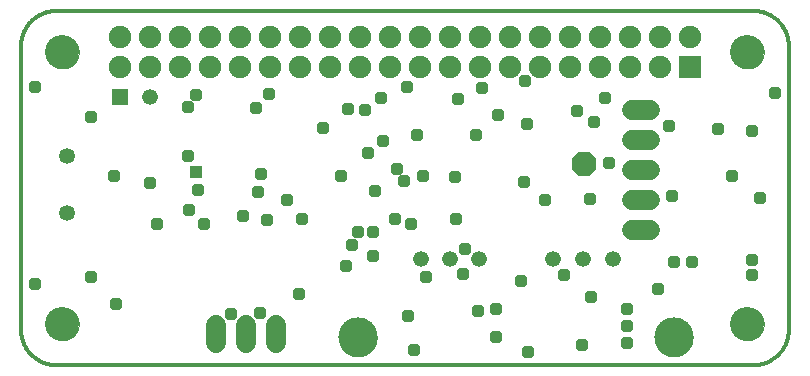
<source format=gbs>
G75*
%MOIN*%
%OFA0B0*%
%FSLAX25Y25*%
%IPPOS*%
%LPD*%
%AMOC8*
5,1,8,0,0,1.08239X$1,22.5*
%
%ADD10C,0.01200*%
%ADD11C,0.06500*%
%ADD12C,0.05300*%
%ADD13C,0.00000*%
%ADD14C,0.13098*%
%ADD15C,0.05224*%
%ADD16OC8,0.08100*%
%ADD17R,0.07500X0.07500*%
%ADD18C,0.07500*%
%ADD19C,0.11327*%
%ADD20R,0.05224X0.05224*%
%ADD21OC8,0.04262*%
%ADD22R,0.04262X0.04262*%
D10*
X0015580Y0025231D02*
X0247863Y0025231D01*
X0248148Y0025234D01*
X0248434Y0025245D01*
X0248719Y0025262D01*
X0249003Y0025286D01*
X0249287Y0025317D01*
X0249570Y0025355D01*
X0249851Y0025400D01*
X0250132Y0025451D01*
X0250412Y0025509D01*
X0250690Y0025574D01*
X0250966Y0025646D01*
X0251240Y0025724D01*
X0251513Y0025809D01*
X0251783Y0025901D01*
X0252051Y0025999D01*
X0252317Y0026103D01*
X0252580Y0026214D01*
X0252840Y0026331D01*
X0253098Y0026454D01*
X0253352Y0026584D01*
X0253603Y0026720D01*
X0253851Y0026861D01*
X0254095Y0027009D01*
X0254336Y0027162D01*
X0254572Y0027322D01*
X0254805Y0027487D01*
X0255034Y0027657D01*
X0255259Y0027833D01*
X0255479Y0028015D01*
X0255695Y0028201D01*
X0255906Y0028393D01*
X0256113Y0028590D01*
X0256315Y0028792D01*
X0256512Y0028999D01*
X0256704Y0029210D01*
X0256890Y0029426D01*
X0257072Y0029646D01*
X0257248Y0029871D01*
X0257418Y0030100D01*
X0257583Y0030333D01*
X0257743Y0030569D01*
X0257896Y0030810D01*
X0258044Y0031054D01*
X0258185Y0031302D01*
X0258321Y0031553D01*
X0258451Y0031807D01*
X0258574Y0032065D01*
X0258691Y0032325D01*
X0258802Y0032588D01*
X0258906Y0032854D01*
X0259004Y0033122D01*
X0259096Y0033392D01*
X0259181Y0033665D01*
X0259259Y0033939D01*
X0259331Y0034215D01*
X0259396Y0034493D01*
X0259454Y0034773D01*
X0259505Y0035054D01*
X0259550Y0035335D01*
X0259588Y0035618D01*
X0259619Y0035902D01*
X0259643Y0036186D01*
X0259660Y0036471D01*
X0259671Y0036757D01*
X0259674Y0037042D01*
X0259674Y0131530D01*
X0259671Y0131815D01*
X0259660Y0132101D01*
X0259643Y0132386D01*
X0259619Y0132670D01*
X0259588Y0132954D01*
X0259550Y0133237D01*
X0259505Y0133518D01*
X0259454Y0133799D01*
X0259396Y0134079D01*
X0259331Y0134357D01*
X0259259Y0134633D01*
X0259181Y0134907D01*
X0259096Y0135180D01*
X0259004Y0135450D01*
X0258906Y0135718D01*
X0258802Y0135984D01*
X0258691Y0136247D01*
X0258574Y0136507D01*
X0258451Y0136765D01*
X0258321Y0137019D01*
X0258185Y0137270D01*
X0258044Y0137518D01*
X0257896Y0137762D01*
X0257743Y0138003D01*
X0257583Y0138239D01*
X0257418Y0138472D01*
X0257248Y0138701D01*
X0257072Y0138926D01*
X0256890Y0139146D01*
X0256704Y0139362D01*
X0256512Y0139573D01*
X0256315Y0139780D01*
X0256113Y0139982D01*
X0255906Y0140179D01*
X0255695Y0140371D01*
X0255479Y0140557D01*
X0255259Y0140739D01*
X0255034Y0140915D01*
X0254805Y0141085D01*
X0254572Y0141250D01*
X0254336Y0141410D01*
X0254095Y0141563D01*
X0253851Y0141711D01*
X0253603Y0141852D01*
X0253352Y0141988D01*
X0253098Y0142118D01*
X0252840Y0142241D01*
X0252580Y0142358D01*
X0252317Y0142469D01*
X0252051Y0142573D01*
X0251783Y0142671D01*
X0251513Y0142763D01*
X0251240Y0142848D01*
X0250966Y0142926D01*
X0250690Y0142998D01*
X0250412Y0143063D01*
X0250132Y0143121D01*
X0249851Y0143172D01*
X0249570Y0143217D01*
X0249287Y0143255D01*
X0249003Y0143286D01*
X0248719Y0143310D01*
X0248434Y0143327D01*
X0248148Y0143338D01*
X0247863Y0143341D01*
X0015580Y0143341D01*
X0015295Y0143338D01*
X0015009Y0143327D01*
X0014724Y0143310D01*
X0014440Y0143286D01*
X0014156Y0143255D01*
X0013873Y0143217D01*
X0013592Y0143172D01*
X0013311Y0143121D01*
X0013031Y0143063D01*
X0012753Y0142998D01*
X0012477Y0142926D01*
X0012203Y0142848D01*
X0011930Y0142763D01*
X0011660Y0142671D01*
X0011392Y0142573D01*
X0011126Y0142469D01*
X0010863Y0142358D01*
X0010603Y0142241D01*
X0010345Y0142118D01*
X0010091Y0141988D01*
X0009840Y0141852D01*
X0009592Y0141711D01*
X0009348Y0141563D01*
X0009107Y0141410D01*
X0008871Y0141250D01*
X0008638Y0141085D01*
X0008409Y0140915D01*
X0008184Y0140739D01*
X0007964Y0140557D01*
X0007748Y0140371D01*
X0007537Y0140179D01*
X0007330Y0139982D01*
X0007128Y0139780D01*
X0006931Y0139573D01*
X0006739Y0139362D01*
X0006553Y0139146D01*
X0006371Y0138926D01*
X0006195Y0138701D01*
X0006025Y0138472D01*
X0005860Y0138239D01*
X0005700Y0138003D01*
X0005547Y0137762D01*
X0005399Y0137518D01*
X0005258Y0137270D01*
X0005122Y0137019D01*
X0004992Y0136765D01*
X0004869Y0136507D01*
X0004752Y0136247D01*
X0004641Y0135984D01*
X0004537Y0135718D01*
X0004439Y0135450D01*
X0004347Y0135180D01*
X0004262Y0134907D01*
X0004184Y0134633D01*
X0004112Y0134357D01*
X0004047Y0134079D01*
X0003989Y0133799D01*
X0003938Y0133518D01*
X0003893Y0133237D01*
X0003855Y0132954D01*
X0003824Y0132670D01*
X0003800Y0132386D01*
X0003783Y0132101D01*
X0003772Y0131815D01*
X0003769Y0131530D01*
X0003769Y0037042D01*
X0003772Y0036757D01*
X0003783Y0036471D01*
X0003800Y0036186D01*
X0003824Y0035902D01*
X0003855Y0035618D01*
X0003893Y0035335D01*
X0003938Y0035054D01*
X0003989Y0034773D01*
X0004047Y0034493D01*
X0004112Y0034215D01*
X0004184Y0033939D01*
X0004262Y0033665D01*
X0004347Y0033392D01*
X0004439Y0033122D01*
X0004537Y0032854D01*
X0004641Y0032588D01*
X0004752Y0032325D01*
X0004869Y0032065D01*
X0004992Y0031807D01*
X0005122Y0031553D01*
X0005258Y0031302D01*
X0005399Y0031054D01*
X0005547Y0030810D01*
X0005700Y0030569D01*
X0005860Y0030333D01*
X0006025Y0030100D01*
X0006195Y0029871D01*
X0006371Y0029646D01*
X0006553Y0029426D01*
X0006739Y0029210D01*
X0006931Y0028999D01*
X0007128Y0028792D01*
X0007330Y0028590D01*
X0007537Y0028393D01*
X0007748Y0028201D01*
X0007964Y0028015D01*
X0008184Y0027833D01*
X0008409Y0027657D01*
X0008638Y0027487D01*
X0008871Y0027322D01*
X0009107Y0027162D01*
X0009348Y0027009D01*
X0009592Y0026861D01*
X0009840Y0026720D01*
X0010091Y0026584D01*
X0010345Y0026454D01*
X0010603Y0026331D01*
X0010863Y0026214D01*
X0011126Y0026103D01*
X0011392Y0025999D01*
X0011660Y0025901D01*
X0011930Y0025809D01*
X0012203Y0025724D01*
X0012477Y0025646D01*
X0012753Y0025574D01*
X0013031Y0025509D01*
X0013311Y0025451D01*
X0013592Y0025400D01*
X0013873Y0025355D01*
X0014156Y0025317D01*
X0014440Y0025286D01*
X0014724Y0025262D01*
X0015009Y0025245D01*
X0015295Y0025234D01*
X0015580Y0025231D01*
D11*
X0068690Y0032487D02*
X0068690Y0038487D01*
X0078690Y0038487D02*
X0078690Y0032487D01*
X0088690Y0032487D02*
X0088690Y0038487D01*
X0207461Y0070152D02*
X0213461Y0070152D01*
X0213461Y0080152D02*
X0207461Y0080152D01*
X0207461Y0090152D02*
X0213461Y0090152D01*
X0213461Y0100152D02*
X0207461Y0100152D01*
X0207461Y0110152D02*
X0213461Y0110152D01*
D12*
X0018965Y0094889D03*
X0018965Y0075889D03*
D13*
X0012135Y0039011D02*
X0012137Y0039158D01*
X0012143Y0039304D01*
X0012153Y0039450D01*
X0012167Y0039596D01*
X0012185Y0039742D01*
X0012206Y0039887D01*
X0012232Y0040031D01*
X0012262Y0040175D01*
X0012295Y0040317D01*
X0012332Y0040459D01*
X0012373Y0040600D01*
X0012418Y0040739D01*
X0012467Y0040878D01*
X0012519Y0041015D01*
X0012576Y0041150D01*
X0012635Y0041284D01*
X0012699Y0041416D01*
X0012766Y0041546D01*
X0012836Y0041675D01*
X0012910Y0041802D01*
X0012987Y0041926D01*
X0013068Y0042049D01*
X0013152Y0042169D01*
X0013239Y0042287D01*
X0013329Y0042402D01*
X0013422Y0042515D01*
X0013519Y0042626D01*
X0013618Y0042734D01*
X0013720Y0042839D01*
X0013825Y0042941D01*
X0013933Y0043040D01*
X0014044Y0043137D01*
X0014157Y0043230D01*
X0014272Y0043320D01*
X0014390Y0043407D01*
X0014510Y0043491D01*
X0014633Y0043572D01*
X0014757Y0043649D01*
X0014884Y0043723D01*
X0015013Y0043793D01*
X0015143Y0043860D01*
X0015275Y0043924D01*
X0015409Y0043983D01*
X0015544Y0044040D01*
X0015681Y0044092D01*
X0015820Y0044141D01*
X0015959Y0044186D01*
X0016100Y0044227D01*
X0016242Y0044264D01*
X0016384Y0044297D01*
X0016528Y0044327D01*
X0016672Y0044353D01*
X0016817Y0044374D01*
X0016963Y0044392D01*
X0017109Y0044406D01*
X0017255Y0044416D01*
X0017401Y0044422D01*
X0017548Y0044424D01*
X0017695Y0044422D01*
X0017841Y0044416D01*
X0017987Y0044406D01*
X0018133Y0044392D01*
X0018279Y0044374D01*
X0018424Y0044353D01*
X0018568Y0044327D01*
X0018712Y0044297D01*
X0018854Y0044264D01*
X0018996Y0044227D01*
X0019137Y0044186D01*
X0019276Y0044141D01*
X0019415Y0044092D01*
X0019552Y0044040D01*
X0019687Y0043983D01*
X0019821Y0043924D01*
X0019953Y0043860D01*
X0020083Y0043793D01*
X0020212Y0043723D01*
X0020339Y0043649D01*
X0020463Y0043572D01*
X0020586Y0043491D01*
X0020706Y0043407D01*
X0020824Y0043320D01*
X0020939Y0043230D01*
X0021052Y0043137D01*
X0021163Y0043040D01*
X0021271Y0042941D01*
X0021376Y0042839D01*
X0021478Y0042734D01*
X0021577Y0042626D01*
X0021674Y0042515D01*
X0021767Y0042402D01*
X0021857Y0042287D01*
X0021944Y0042169D01*
X0022028Y0042049D01*
X0022109Y0041926D01*
X0022186Y0041802D01*
X0022260Y0041675D01*
X0022330Y0041546D01*
X0022397Y0041416D01*
X0022461Y0041284D01*
X0022520Y0041150D01*
X0022577Y0041015D01*
X0022629Y0040878D01*
X0022678Y0040739D01*
X0022723Y0040600D01*
X0022764Y0040459D01*
X0022801Y0040317D01*
X0022834Y0040175D01*
X0022864Y0040031D01*
X0022890Y0039887D01*
X0022911Y0039742D01*
X0022929Y0039596D01*
X0022943Y0039450D01*
X0022953Y0039304D01*
X0022959Y0039158D01*
X0022961Y0039011D01*
X0022959Y0038864D01*
X0022953Y0038718D01*
X0022943Y0038572D01*
X0022929Y0038426D01*
X0022911Y0038280D01*
X0022890Y0038135D01*
X0022864Y0037991D01*
X0022834Y0037847D01*
X0022801Y0037705D01*
X0022764Y0037563D01*
X0022723Y0037422D01*
X0022678Y0037283D01*
X0022629Y0037144D01*
X0022577Y0037007D01*
X0022520Y0036872D01*
X0022461Y0036738D01*
X0022397Y0036606D01*
X0022330Y0036476D01*
X0022260Y0036347D01*
X0022186Y0036220D01*
X0022109Y0036096D01*
X0022028Y0035973D01*
X0021944Y0035853D01*
X0021857Y0035735D01*
X0021767Y0035620D01*
X0021674Y0035507D01*
X0021577Y0035396D01*
X0021478Y0035288D01*
X0021376Y0035183D01*
X0021271Y0035081D01*
X0021163Y0034982D01*
X0021052Y0034885D01*
X0020939Y0034792D01*
X0020824Y0034702D01*
X0020706Y0034615D01*
X0020586Y0034531D01*
X0020463Y0034450D01*
X0020339Y0034373D01*
X0020212Y0034299D01*
X0020083Y0034229D01*
X0019953Y0034162D01*
X0019821Y0034098D01*
X0019687Y0034039D01*
X0019552Y0033982D01*
X0019415Y0033930D01*
X0019276Y0033881D01*
X0019137Y0033836D01*
X0018996Y0033795D01*
X0018854Y0033758D01*
X0018712Y0033725D01*
X0018568Y0033695D01*
X0018424Y0033669D01*
X0018279Y0033648D01*
X0018133Y0033630D01*
X0017987Y0033616D01*
X0017841Y0033606D01*
X0017695Y0033600D01*
X0017548Y0033598D01*
X0017401Y0033600D01*
X0017255Y0033606D01*
X0017109Y0033616D01*
X0016963Y0033630D01*
X0016817Y0033648D01*
X0016672Y0033669D01*
X0016528Y0033695D01*
X0016384Y0033725D01*
X0016242Y0033758D01*
X0016100Y0033795D01*
X0015959Y0033836D01*
X0015820Y0033881D01*
X0015681Y0033930D01*
X0015544Y0033982D01*
X0015409Y0034039D01*
X0015275Y0034098D01*
X0015143Y0034162D01*
X0015013Y0034229D01*
X0014884Y0034299D01*
X0014757Y0034373D01*
X0014633Y0034450D01*
X0014510Y0034531D01*
X0014390Y0034615D01*
X0014272Y0034702D01*
X0014157Y0034792D01*
X0014044Y0034885D01*
X0013933Y0034982D01*
X0013825Y0035081D01*
X0013720Y0035183D01*
X0013618Y0035288D01*
X0013519Y0035396D01*
X0013422Y0035507D01*
X0013329Y0035620D01*
X0013239Y0035735D01*
X0013152Y0035853D01*
X0013068Y0035973D01*
X0012987Y0036096D01*
X0012910Y0036220D01*
X0012836Y0036347D01*
X0012766Y0036476D01*
X0012699Y0036606D01*
X0012635Y0036738D01*
X0012576Y0036872D01*
X0012519Y0037007D01*
X0012467Y0037144D01*
X0012418Y0037283D01*
X0012373Y0037422D01*
X0012332Y0037563D01*
X0012295Y0037705D01*
X0012262Y0037847D01*
X0012232Y0037991D01*
X0012206Y0038135D01*
X0012185Y0038280D01*
X0012167Y0038426D01*
X0012153Y0038572D01*
X0012143Y0038718D01*
X0012137Y0038864D01*
X0012135Y0039011D01*
X0109674Y0034483D02*
X0109676Y0034641D01*
X0109682Y0034799D01*
X0109692Y0034957D01*
X0109706Y0035115D01*
X0109724Y0035272D01*
X0109745Y0035429D01*
X0109771Y0035585D01*
X0109801Y0035741D01*
X0109834Y0035896D01*
X0109872Y0036049D01*
X0109913Y0036202D01*
X0109958Y0036354D01*
X0110007Y0036505D01*
X0110060Y0036654D01*
X0110116Y0036802D01*
X0110176Y0036948D01*
X0110240Y0037093D01*
X0110308Y0037236D01*
X0110379Y0037378D01*
X0110453Y0037518D01*
X0110531Y0037655D01*
X0110613Y0037791D01*
X0110697Y0037925D01*
X0110786Y0038056D01*
X0110877Y0038185D01*
X0110972Y0038312D01*
X0111069Y0038437D01*
X0111170Y0038559D01*
X0111274Y0038678D01*
X0111381Y0038795D01*
X0111491Y0038909D01*
X0111604Y0039020D01*
X0111719Y0039129D01*
X0111837Y0039234D01*
X0111958Y0039336D01*
X0112081Y0039436D01*
X0112207Y0039532D01*
X0112335Y0039625D01*
X0112465Y0039715D01*
X0112598Y0039801D01*
X0112733Y0039885D01*
X0112869Y0039964D01*
X0113008Y0040041D01*
X0113149Y0040113D01*
X0113291Y0040183D01*
X0113435Y0040248D01*
X0113581Y0040310D01*
X0113728Y0040368D01*
X0113877Y0040423D01*
X0114027Y0040474D01*
X0114178Y0040521D01*
X0114330Y0040564D01*
X0114483Y0040603D01*
X0114638Y0040639D01*
X0114793Y0040670D01*
X0114949Y0040698D01*
X0115105Y0040722D01*
X0115262Y0040742D01*
X0115420Y0040758D01*
X0115577Y0040770D01*
X0115736Y0040778D01*
X0115894Y0040782D01*
X0116052Y0040782D01*
X0116210Y0040778D01*
X0116369Y0040770D01*
X0116526Y0040758D01*
X0116684Y0040742D01*
X0116841Y0040722D01*
X0116997Y0040698D01*
X0117153Y0040670D01*
X0117308Y0040639D01*
X0117463Y0040603D01*
X0117616Y0040564D01*
X0117768Y0040521D01*
X0117919Y0040474D01*
X0118069Y0040423D01*
X0118218Y0040368D01*
X0118365Y0040310D01*
X0118511Y0040248D01*
X0118655Y0040183D01*
X0118797Y0040113D01*
X0118938Y0040041D01*
X0119077Y0039964D01*
X0119213Y0039885D01*
X0119348Y0039801D01*
X0119481Y0039715D01*
X0119611Y0039625D01*
X0119739Y0039532D01*
X0119865Y0039436D01*
X0119988Y0039336D01*
X0120109Y0039234D01*
X0120227Y0039129D01*
X0120342Y0039020D01*
X0120455Y0038909D01*
X0120565Y0038795D01*
X0120672Y0038678D01*
X0120776Y0038559D01*
X0120877Y0038437D01*
X0120974Y0038312D01*
X0121069Y0038185D01*
X0121160Y0038056D01*
X0121249Y0037925D01*
X0121333Y0037791D01*
X0121415Y0037655D01*
X0121493Y0037518D01*
X0121567Y0037378D01*
X0121638Y0037236D01*
X0121706Y0037093D01*
X0121770Y0036948D01*
X0121830Y0036802D01*
X0121886Y0036654D01*
X0121939Y0036505D01*
X0121988Y0036354D01*
X0122033Y0036202D01*
X0122074Y0036049D01*
X0122112Y0035896D01*
X0122145Y0035741D01*
X0122175Y0035585D01*
X0122201Y0035429D01*
X0122222Y0035272D01*
X0122240Y0035115D01*
X0122254Y0034957D01*
X0122264Y0034799D01*
X0122270Y0034641D01*
X0122272Y0034483D01*
X0122270Y0034325D01*
X0122264Y0034167D01*
X0122254Y0034009D01*
X0122240Y0033851D01*
X0122222Y0033694D01*
X0122201Y0033537D01*
X0122175Y0033381D01*
X0122145Y0033225D01*
X0122112Y0033070D01*
X0122074Y0032917D01*
X0122033Y0032764D01*
X0121988Y0032612D01*
X0121939Y0032461D01*
X0121886Y0032312D01*
X0121830Y0032164D01*
X0121770Y0032018D01*
X0121706Y0031873D01*
X0121638Y0031730D01*
X0121567Y0031588D01*
X0121493Y0031448D01*
X0121415Y0031311D01*
X0121333Y0031175D01*
X0121249Y0031041D01*
X0121160Y0030910D01*
X0121069Y0030781D01*
X0120974Y0030654D01*
X0120877Y0030529D01*
X0120776Y0030407D01*
X0120672Y0030288D01*
X0120565Y0030171D01*
X0120455Y0030057D01*
X0120342Y0029946D01*
X0120227Y0029837D01*
X0120109Y0029732D01*
X0119988Y0029630D01*
X0119865Y0029530D01*
X0119739Y0029434D01*
X0119611Y0029341D01*
X0119481Y0029251D01*
X0119348Y0029165D01*
X0119213Y0029081D01*
X0119077Y0029002D01*
X0118938Y0028925D01*
X0118797Y0028853D01*
X0118655Y0028783D01*
X0118511Y0028718D01*
X0118365Y0028656D01*
X0118218Y0028598D01*
X0118069Y0028543D01*
X0117919Y0028492D01*
X0117768Y0028445D01*
X0117616Y0028402D01*
X0117463Y0028363D01*
X0117308Y0028327D01*
X0117153Y0028296D01*
X0116997Y0028268D01*
X0116841Y0028244D01*
X0116684Y0028224D01*
X0116526Y0028208D01*
X0116369Y0028196D01*
X0116210Y0028188D01*
X0116052Y0028184D01*
X0115894Y0028184D01*
X0115736Y0028188D01*
X0115577Y0028196D01*
X0115420Y0028208D01*
X0115262Y0028224D01*
X0115105Y0028244D01*
X0114949Y0028268D01*
X0114793Y0028296D01*
X0114638Y0028327D01*
X0114483Y0028363D01*
X0114330Y0028402D01*
X0114178Y0028445D01*
X0114027Y0028492D01*
X0113877Y0028543D01*
X0113728Y0028598D01*
X0113581Y0028656D01*
X0113435Y0028718D01*
X0113291Y0028783D01*
X0113149Y0028853D01*
X0113008Y0028925D01*
X0112869Y0029002D01*
X0112733Y0029081D01*
X0112598Y0029165D01*
X0112465Y0029251D01*
X0112335Y0029341D01*
X0112207Y0029434D01*
X0112081Y0029530D01*
X0111958Y0029630D01*
X0111837Y0029732D01*
X0111719Y0029837D01*
X0111604Y0029946D01*
X0111491Y0030057D01*
X0111381Y0030171D01*
X0111274Y0030288D01*
X0111170Y0030407D01*
X0111069Y0030529D01*
X0110972Y0030654D01*
X0110877Y0030781D01*
X0110786Y0030910D01*
X0110697Y0031041D01*
X0110613Y0031175D01*
X0110531Y0031311D01*
X0110453Y0031448D01*
X0110379Y0031588D01*
X0110308Y0031730D01*
X0110240Y0031873D01*
X0110176Y0032018D01*
X0110116Y0032164D01*
X0110060Y0032312D01*
X0110007Y0032461D01*
X0109958Y0032612D01*
X0109913Y0032764D01*
X0109872Y0032917D01*
X0109834Y0033070D01*
X0109801Y0033225D01*
X0109771Y0033381D01*
X0109745Y0033537D01*
X0109724Y0033694D01*
X0109706Y0033851D01*
X0109692Y0034009D01*
X0109682Y0034167D01*
X0109676Y0034325D01*
X0109674Y0034483D01*
X0214989Y0034483D02*
X0214991Y0034641D01*
X0214997Y0034799D01*
X0215007Y0034957D01*
X0215021Y0035115D01*
X0215039Y0035272D01*
X0215060Y0035429D01*
X0215086Y0035585D01*
X0215116Y0035741D01*
X0215149Y0035896D01*
X0215187Y0036049D01*
X0215228Y0036202D01*
X0215273Y0036354D01*
X0215322Y0036505D01*
X0215375Y0036654D01*
X0215431Y0036802D01*
X0215491Y0036948D01*
X0215555Y0037093D01*
X0215623Y0037236D01*
X0215694Y0037378D01*
X0215768Y0037518D01*
X0215846Y0037655D01*
X0215928Y0037791D01*
X0216012Y0037925D01*
X0216101Y0038056D01*
X0216192Y0038185D01*
X0216287Y0038312D01*
X0216384Y0038437D01*
X0216485Y0038559D01*
X0216589Y0038678D01*
X0216696Y0038795D01*
X0216806Y0038909D01*
X0216919Y0039020D01*
X0217034Y0039129D01*
X0217152Y0039234D01*
X0217273Y0039336D01*
X0217396Y0039436D01*
X0217522Y0039532D01*
X0217650Y0039625D01*
X0217780Y0039715D01*
X0217913Y0039801D01*
X0218048Y0039885D01*
X0218184Y0039964D01*
X0218323Y0040041D01*
X0218464Y0040113D01*
X0218606Y0040183D01*
X0218750Y0040248D01*
X0218896Y0040310D01*
X0219043Y0040368D01*
X0219192Y0040423D01*
X0219342Y0040474D01*
X0219493Y0040521D01*
X0219645Y0040564D01*
X0219798Y0040603D01*
X0219953Y0040639D01*
X0220108Y0040670D01*
X0220264Y0040698D01*
X0220420Y0040722D01*
X0220577Y0040742D01*
X0220735Y0040758D01*
X0220892Y0040770D01*
X0221051Y0040778D01*
X0221209Y0040782D01*
X0221367Y0040782D01*
X0221525Y0040778D01*
X0221684Y0040770D01*
X0221841Y0040758D01*
X0221999Y0040742D01*
X0222156Y0040722D01*
X0222312Y0040698D01*
X0222468Y0040670D01*
X0222623Y0040639D01*
X0222778Y0040603D01*
X0222931Y0040564D01*
X0223083Y0040521D01*
X0223234Y0040474D01*
X0223384Y0040423D01*
X0223533Y0040368D01*
X0223680Y0040310D01*
X0223826Y0040248D01*
X0223970Y0040183D01*
X0224112Y0040113D01*
X0224253Y0040041D01*
X0224392Y0039964D01*
X0224528Y0039885D01*
X0224663Y0039801D01*
X0224796Y0039715D01*
X0224926Y0039625D01*
X0225054Y0039532D01*
X0225180Y0039436D01*
X0225303Y0039336D01*
X0225424Y0039234D01*
X0225542Y0039129D01*
X0225657Y0039020D01*
X0225770Y0038909D01*
X0225880Y0038795D01*
X0225987Y0038678D01*
X0226091Y0038559D01*
X0226192Y0038437D01*
X0226289Y0038312D01*
X0226384Y0038185D01*
X0226475Y0038056D01*
X0226564Y0037925D01*
X0226648Y0037791D01*
X0226730Y0037655D01*
X0226808Y0037518D01*
X0226882Y0037378D01*
X0226953Y0037236D01*
X0227021Y0037093D01*
X0227085Y0036948D01*
X0227145Y0036802D01*
X0227201Y0036654D01*
X0227254Y0036505D01*
X0227303Y0036354D01*
X0227348Y0036202D01*
X0227389Y0036049D01*
X0227427Y0035896D01*
X0227460Y0035741D01*
X0227490Y0035585D01*
X0227516Y0035429D01*
X0227537Y0035272D01*
X0227555Y0035115D01*
X0227569Y0034957D01*
X0227579Y0034799D01*
X0227585Y0034641D01*
X0227587Y0034483D01*
X0227585Y0034325D01*
X0227579Y0034167D01*
X0227569Y0034009D01*
X0227555Y0033851D01*
X0227537Y0033694D01*
X0227516Y0033537D01*
X0227490Y0033381D01*
X0227460Y0033225D01*
X0227427Y0033070D01*
X0227389Y0032917D01*
X0227348Y0032764D01*
X0227303Y0032612D01*
X0227254Y0032461D01*
X0227201Y0032312D01*
X0227145Y0032164D01*
X0227085Y0032018D01*
X0227021Y0031873D01*
X0226953Y0031730D01*
X0226882Y0031588D01*
X0226808Y0031448D01*
X0226730Y0031311D01*
X0226648Y0031175D01*
X0226564Y0031041D01*
X0226475Y0030910D01*
X0226384Y0030781D01*
X0226289Y0030654D01*
X0226192Y0030529D01*
X0226091Y0030407D01*
X0225987Y0030288D01*
X0225880Y0030171D01*
X0225770Y0030057D01*
X0225657Y0029946D01*
X0225542Y0029837D01*
X0225424Y0029732D01*
X0225303Y0029630D01*
X0225180Y0029530D01*
X0225054Y0029434D01*
X0224926Y0029341D01*
X0224796Y0029251D01*
X0224663Y0029165D01*
X0224528Y0029081D01*
X0224392Y0029002D01*
X0224253Y0028925D01*
X0224112Y0028853D01*
X0223970Y0028783D01*
X0223826Y0028718D01*
X0223680Y0028656D01*
X0223533Y0028598D01*
X0223384Y0028543D01*
X0223234Y0028492D01*
X0223083Y0028445D01*
X0222931Y0028402D01*
X0222778Y0028363D01*
X0222623Y0028327D01*
X0222468Y0028296D01*
X0222312Y0028268D01*
X0222156Y0028244D01*
X0221999Y0028224D01*
X0221841Y0028208D01*
X0221684Y0028196D01*
X0221525Y0028188D01*
X0221367Y0028184D01*
X0221209Y0028184D01*
X0221051Y0028188D01*
X0220892Y0028196D01*
X0220735Y0028208D01*
X0220577Y0028224D01*
X0220420Y0028244D01*
X0220264Y0028268D01*
X0220108Y0028296D01*
X0219953Y0028327D01*
X0219798Y0028363D01*
X0219645Y0028402D01*
X0219493Y0028445D01*
X0219342Y0028492D01*
X0219192Y0028543D01*
X0219043Y0028598D01*
X0218896Y0028656D01*
X0218750Y0028718D01*
X0218606Y0028783D01*
X0218464Y0028853D01*
X0218323Y0028925D01*
X0218184Y0029002D01*
X0218048Y0029081D01*
X0217913Y0029165D01*
X0217780Y0029251D01*
X0217650Y0029341D01*
X0217522Y0029434D01*
X0217396Y0029530D01*
X0217273Y0029630D01*
X0217152Y0029732D01*
X0217034Y0029837D01*
X0216919Y0029946D01*
X0216806Y0030057D01*
X0216696Y0030171D01*
X0216589Y0030288D01*
X0216485Y0030407D01*
X0216384Y0030529D01*
X0216287Y0030654D01*
X0216192Y0030781D01*
X0216101Y0030910D01*
X0216012Y0031041D01*
X0215928Y0031175D01*
X0215846Y0031311D01*
X0215768Y0031448D01*
X0215694Y0031588D01*
X0215623Y0031730D01*
X0215555Y0031873D01*
X0215491Y0032018D01*
X0215431Y0032164D01*
X0215375Y0032312D01*
X0215322Y0032461D01*
X0215273Y0032612D01*
X0215228Y0032764D01*
X0215187Y0032917D01*
X0215149Y0033070D01*
X0215116Y0033225D01*
X0215086Y0033381D01*
X0215060Y0033537D01*
X0215039Y0033694D01*
X0215021Y0033851D01*
X0215007Y0034009D01*
X0214997Y0034167D01*
X0214991Y0034325D01*
X0214989Y0034483D01*
X0240481Y0039011D02*
X0240483Y0039158D01*
X0240489Y0039304D01*
X0240499Y0039450D01*
X0240513Y0039596D01*
X0240531Y0039742D01*
X0240552Y0039887D01*
X0240578Y0040031D01*
X0240608Y0040175D01*
X0240641Y0040317D01*
X0240678Y0040459D01*
X0240719Y0040600D01*
X0240764Y0040739D01*
X0240813Y0040878D01*
X0240865Y0041015D01*
X0240922Y0041150D01*
X0240981Y0041284D01*
X0241045Y0041416D01*
X0241112Y0041546D01*
X0241182Y0041675D01*
X0241256Y0041802D01*
X0241333Y0041926D01*
X0241414Y0042049D01*
X0241498Y0042169D01*
X0241585Y0042287D01*
X0241675Y0042402D01*
X0241768Y0042515D01*
X0241865Y0042626D01*
X0241964Y0042734D01*
X0242066Y0042839D01*
X0242171Y0042941D01*
X0242279Y0043040D01*
X0242390Y0043137D01*
X0242503Y0043230D01*
X0242618Y0043320D01*
X0242736Y0043407D01*
X0242856Y0043491D01*
X0242979Y0043572D01*
X0243103Y0043649D01*
X0243230Y0043723D01*
X0243359Y0043793D01*
X0243489Y0043860D01*
X0243621Y0043924D01*
X0243755Y0043983D01*
X0243890Y0044040D01*
X0244027Y0044092D01*
X0244166Y0044141D01*
X0244305Y0044186D01*
X0244446Y0044227D01*
X0244588Y0044264D01*
X0244730Y0044297D01*
X0244874Y0044327D01*
X0245018Y0044353D01*
X0245163Y0044374D01*
X0245309Y0044392D01*
X0245455Y0044406D01*
X0245601Y0044416D01*
X0245747Y0044422D01*
X0245894Y0044424D01*
X0246041Y0044422D01*
X0246187Y0044416D01*
X0246333Y0044406D01*
X0246479Y0044392D01*
X0246625Y0044374D01*
X0246770Y0044353D01*
X0246914Y0044327D01*
X0247058Y0044297D01*
X0247200Y0044264D01*
X0247342Y0044227D01*
X0247483Y0044186D01*
X0247622Y0044141D01*
X0247761Y0044092D01*
X0247898Y0044040D01*
X0248033Y0043983D01*
X0248167Y0043924D01*
X0248299Y0043860D01*
X0248429Y0043793D01*
X0248558Y0043723D01*
X0248685Y0043649D01*
X0248809Y0043572D01*
X0248932Y0043491D01*
X0249052Y0043407D01*
X0249170Y0043320D01*
X0249285Y0043230D01*
X0249398Y0043137D01*
X0249509Y0043040D01*
X0249617Y0042941D01*
X0249722Y0042839D01*
X0249824Y0042734D01*
X0249923Y0042626D01*
X0250020Y0042515D01*
X0250113Y0042402D01*
X0250203Y0042287D01*
X0250290Y0042169D01*
X0250374Y0042049D01*
X0250455Y0041926D01*
X0250532Y0041802D01*
X0250606Y0041675D01*
X0250676Y0041546D01*
X0250743Y0041416D01*
X0250807Y0041284D01*
X0250866Y0041150D01*
X0250923Y0041015D01*
X0250975Y0040878D01*
X0251024Y0040739D01*
X0251069Y0040600D01*
X0251110Y0040459D01*
X0251147Y0040317D01*
X0251180Y0040175D01*
X0251210Y0040031D01*
X0251236Y0039887D01*
X0251257Y0039742D01*
X0251275Y0039596D01*
X0251289Y0039450D01*
X0251299Y0039304D01*
X0251305Y0039158D01*
X0251307Y0039011D01*
X0251305Y0038864D01*
X0251299Y0038718D01*
X0251289Y0038572D01*
X0251275Y0038426D01*
X0251257Y0038280D01*
X0251236Y0038135D01*
X0251210Y0037991D01*
X0251180Y0037847D01*
X0251147Y0037705D01*
X0251110Y0037563D01*
X0251069Y0037422D01*
X0251024Y0037283D01*
X0250975Y0037144D01*
X0250923Y0037007D01*
X0250866Y0036872D01*
X0250807Y0036738D01*
X0250743Y0036606D01*
X0250676Y0036476D01*
X0250606Y0036347D01*
X0250532Y0036220D01*
X0250455Y0036096D01*
X0250374Y0035973D01*
X0250290Y0035853D01*
X0250203Y0035735D01*
X0250113Y0035620D01*
X0250020Y0035507D01*
X0249923Y0035396D01*
X0249824Y0035288D01*
X0249722Y0035183D01*
X0249617Y0035081D01*
X0249509Y0034982D01*
X0249398Y0034885D01*
X0249285Y0034792D01*
X0249170Y0034702D01*
X0249052Y0034615D01*
X0248932Y0034531D01*
X0248809Y0034450D01*
X0248685Y0034373D01*
X0248558Y0034299D01*
X0248429Y0034229D01*
X0248299Y0034162D01*
X0248167Y0034098D01*
X0248033Y0034039D01*
X0247898Y0033982D01*
X0247761Y0033930D01*
X0247622Y0033881D01*
X0247483Y0033836D01*
X0247342Y0033795D01*
X0247200Y0033758D01*
X0247058Y0033725D01*
X0246914Y0033695D01*
X0246770Y0033669D01*
X0246625Y0033648D01*
X0246479Y0033630D01*
X0246333Y0033616D01*
X0246187Y0033606D01*
X0246041Y0033600D01*
X0245894Y0033598D01*
X0245747Y0033600D01*
X0245601Y0033606D01*
X0245455Y0033616D01*
X0245309Y0033630D01*
X0245163Y0033648D01*
X0245018Y0033669D01*
X0244874Y0033695D01*
X0244730Y0033725D01*
X0244588Y0033758D01*
X0244446Y0033795D01*
X0244305Y0033836D01*
X0244166Y0033881D01*
X0244027Y0033930D01*
X0243890Y0033982D01*
X0243755Y0034039D01*
X0243621Y0034098D01*
X0243489Y0034162D01*
X0243359Y0034229D01*
X0243230Y0034299D01*
X0243103Y0034373D01*
X0242979Y0034450D01*
X0242856Y0034531D01*
X0242736Y0034615D01*
X0242618Y0034702D01*
X0242503Y0034792D01*
X0242390Y0034885D01*
X0242279Y0034982D01*
X0242171Y0035081D01*
X0242066Y0035183D01*
X0241964Y0035288D01*
X0241865Y0035396D01*
X0241768Y0035507D01*
X0241675Y0035620D01*
X0241585Y0035735D01*
X0241498Y0035853D01*
X0241414Y0035973D01*
X0241333Y0036096D01*
X0241256Y0036220D01*
X0241182Y0036347D01*
X0241112Y0036476D01*
X0241045Y0036606D01*
X0240981Y0036738D01*
X0240922Y0036872D01*
X0240865Y0037007D01*
X0240813Y0037144D01*
X0240764Y0037283D01*
X0240719Y0037422D01*
X0240678Y0037563D01*
X0240641Y0037705D01*
X0240608Y0037847D01*
X0240578Y0037991D01*
X0240552Y0038135D01*
X0240531Y0038280D01*
X0240513Y0038426D01*
X0240499Y0038572D01*
X0240489Y0038718D01*
X0240483Y0038864D01*
X0240481Y0039011D01*
X0240481Y0129562D02*
X0240483Y0129709D01*
X0240489Y0129855D01*
X0240499Y0130001D01*
X0240513Y0130147D01*
X0240531Y0130293D01*
X0240552Y0130438D01*
X0240578Y0130582D01*
X0240608Y0130726D01*
X0240641Y0130868D01*
X0240678Y0131010D01*
X0240719Y0131151D01*
X0240764Y0131290D01*
X0240813Y0131429D01*
X0240865Y0131566D01*
X0240922Y0131701D01*
X0240981Y0131835D01*
X0241045Y0131967D01*
X0241112Y0132097D01*
X0241182Y0132226D01*
X0241256Y0132353D01*
X0241333Y0132477D01*
X0241414Y0132600D01*
X0241498Y0132720D01*
X0241585Y0132838D01*
X0241675Y0132953D01*
X0241768Y0133066D01*
X0241865Y0133177D01*
X0241964Y0133285D01*
X0242066Y0133390D01*
X0242171Y0133492D01*
X0242279Y0133591D01*
X0242390Y0133688D01*
X0242503Y0133781D01*
X0242618Y0133871D01*
X0242736Y0133958D01*
X0242856Y0134042D01*
X0242979Y0134123D01*
X0243103Y0134200D01*
X0243230Y0134274D01*
X0243359Y0134344D01*
X0243489Y0134411D01*
X0243621Y0134475D01*
X0243755Y0134534D01*
X0243890Y0134591D01*
X0244027Y0134643D01*
X0244166Y0134692D01*
X0244305Y0134737D01*
X0244446Y0134778D01*
X0244588Y0134815D01*
X0244730Y0134848D01*
X0244874Y0134878D01*
X0245018Y0134904D01*
X0245163Y0134925D01*
X0245309Y0134943D01*
X0245455Y0134957D01*
X0245601Y0134967D01*
X0245747Y0134973D01*
X0245894Y0134975D01*
X0246041Y0134973D01*
X0246187Y0134967D01*
X0246333Y0134957D01*
X0246479Y0134943D01*
X0246625Y0134925D01*
X0246770Y0134904D01*
X0246914Y0134878D01*
X0247058Y0134848D01*
X0247200Y0134815D01*
X0247342Y0134778D01*
X0247483Y0134737D01*
X0247622Y0134692D01*
X0247761Y0134643D01*
X0247898Y0134591D01*
X0248033Y0134534D01*
X0248167Y0134475D01*
X0248299Y0134411D01*
X0248429Y0134344D01*
X0248558Y0134274D01*
X0248685Y0134200D01*
X0248809Y0134123D01*
X0248932Y0134042D01*
X0249052Y0133958D01*
X0249170Y0133871D01*
X0249285Y0133781D01*
X0249398Y0133688D01*
X0249509Y0133591D01*
X0249617Y0133492D01*
X0249722Y0133390D01*
X0249824Y0133285D01*
X0249923Y0133177D01*
X0250020Y0133066D01*
X0250113Y0132953D01*
X0250203Y0132838D01*
X0250290Y0132720D01*
X0250374Y0132600D01*
X0250455Y0132477D01*
X0250532Y0132353D01*
X0250606Y0132226D01*
X0250676Y0132097D01*
X0250743Y0131967D01*
X0250807Y0131835D01*
X0250866Y0131701D01*
X0250923Y0131566D01*
X0250975Y0131429D01*
X0251024Y0131290D01*
X0251069Y0131151D01*
X0251110Y0131010D01*
X0251147Y0130868D01*
X0251180Y0130726D01*
X0251210Y0130582D01*
X0251236Y0130438D01*
X0251257Y0130293D01*
X0251275Y0130147D01*
X0251289Y0130001D01*
X0251299Y0129855D01*
X0251305Y0129709D01*
X0251307Y0129562D01*
X0251305Y0129415D01*
X0251299Y0129269D01*
X0251289Y0129123D01*
X0251275Y0128977D01*
X0251257Y0128831D01*
X0251236Y0128686D01*
X0251210Y0128542D01*
X0251180Y0128398D01*
X0251147Y0128256D01*
X0251110Y0128114D01*
X0251069Y0127973D01*
X0251024Y0127834D01*
X0250975Y0127695D01*
X0250923Y0127558D01*
X0250866Y0127423D01*
X0250807Y0127289D01*
X0250743Y0127157D01*
X0250676Y0127027D01*
X0250606Y0126898D01*
X0250532Y0126771D01*
X0250455Y0126647D01*
X0250374Y0126524D01*
X0250290Y0126404D01*
X0250203Y0126286D01*
X0250113Y0126171D01*
X0250020Y0126058D01*
X0249923Y0125947D01*
X0249824Y0125839D01*
X0249722Y0125734D01*
X0249617Y0125632D01*
X0249509Y0125533D01*
X0249398Y0125436D01*
X0249285Y0125343D01*
X0249170Y0125253D01*
X0249052Y0125166D01*
X0248932Y0125082D01*
X0248809Y0125001D01*
X0248685Y0124924D01*
X0248558Y0124850D01*
X0248429Y0124780D01*
X0248299Y0124713D01*
X0248167Y0124649D01*
X0248033Y0124590D01*
X0247898Y0124533D01*
X0247761Y0124481D01*
X0247622Y0124432D01*
X0247483Y0124387D01*
X0247342Y0124346D01*
X0247200Y0124309D01*
X0247058Y0124276D01*
X0246914Y0124246D01*
X0246770Y0124220D01*
X0246625Y0124199D01*
X0246479Y0124181D01*
X0246333Y0124167D01*
X0246187Y0124157D01*
X0246041Y0124151D01*
X0245894Y0124149D01*
X0245747Y0124151D01*
X0245601Y0124157D01*
X0245455Y0124167D01*
X0245309Y0124181D01*
X0245163Y0124199D01*
X0245018Y0124220D01*
X0244874Y0124246D01*
X0244730Y0124276D01*
X0244588Y0124309D01*
X0244446Y0124346D01*
X0244305Y0124387D01*
X0244166Y0124432D01*
X0244027Y0124481D01*
X0243890Y0124533D01*
X0243755Y0124590D01*
X0243621Y0124649D01*
X0243489Y0124713D01*
X0243359Y0124780D01*
X0243230Y0124850D01*
X0243103Y0124924D01*
X0242979Y0125001D01*
X0242856Y0125082D01*
X0242736Y0125166D01*
X0242618Y0125253D01*
X0242503Y0125343D01*
X0242390Y0125436D01*
X0242279Y0125533D01*
X0242171Y0125632D01*
X0242066Y0125734D01*
X0241964Y0125839D01*
X0241865Y0125947D01*
X0241768Y0126058D01*
X0241675Y0126171D01*
X0241585Y0126286D01*
X0241498Y0126404D01*
X0241414Y0126524D01*
X0241333Y0126647D01*
X0241256Y0126771D01*
X0241182Y0126898D01*
X0241112Y0127027D01*
X0241045Y0127157D01*
X0240981Y0127289D01*
X0240922Y0127423D01*
X0240865Y0127558D01*
X0240813Y0127695D01*
X0240764Y0127834D01*
X0240719Y0127973D01*
X0240678Y0128114D01*
X0240641Y0128256D01*
X0240608Y0128398D01*
X0240578Y0128542D01*
X0240552Y0128686D01*
X0240531Y0128831D01*
X0240513Y0128977D01*
X0240499Y0129123D01*
X0240489Y0129269D01*
X0240483Y0129415D01*
X0240481Y0129562D01*
X0012135Y0129562D02*
X0012137Y0129709D01*
X0012143Y0129855D01*
X0012153Y0130001D01*
X0012167Y0130147D01*
X0012185Y0130293D01*
X0012206Y0130438D01*
X0012232Y0130582D01*
X0012262Y0130726D01*
X0012295Y0130868D01*
X0012332Y0131010D01*
X0012373Y0131151D01*
X0012418Y0131290D01*
X0012467Y0131429D01*
X0012519Y0131566D01*
X0012576Y0131701D01*
X0012635Y0131835D01*
X0012699Y0131967D01*
X0012766Y0132097D01*
X0012836Y0132226D01*
X0012910Y0132353D01*
X0012987Y0132477D01*
X0013068Y0132600D01*
X0013152Y0132720D01*
X0013239Y0132838D01*
X0013329Y0132953D01*
X0013422Y0133066D01*
X0013519Y0133177D01*
X0013618Y0133285D01*
X0013720Y0133390D01*
X0013825Y0133492D01*
X0013933Y0133591D01*
X0014044Y0133688D01*
X0014157Y0133781D01*
X0014272Y0133871D01*
X0014390Y0133958D01*
X0014510Y0134042D01*
X0014633Y0134123D01*
X0014757Y0134200D01*
X0014884Y0134274D01*
X0015013Y0134344D01*
X0015143Y0134411D01*
X0015275Y0134475D01*
X0015409Y0134534D01*
X0015544Y0134591D01*
X0015681Y0134643D01*
X0015820Y0134692D01*
X0015959Y0134737D01*
X0016100Y0134778D01*
X0016242Y0134815D01*
X0016384Y0134848D01*
X0016528Y0134878D01*
X0016672Y0134904D01*
X0016817Y0134925D01*
X0016963Y0134943D01*
X0017109Y0134957D01*
X0017255Y0134967D01*
X0017401Y0134973D01*
X0017548Y0134975D01*
X0017695Y0134973D01*
X0017841Y0134967D01*
X0017987Y0134957D01*
X0018133Y0134943D01*
X0018279Y0134925D01*
X0018424Y0134904D01*
X0018568Y0134878D01*
X0018712Y0134848D01*
X0018854Y0134815D01*
X0018996Y0134778D01*
X0019137Y0134737D01*
X0019276Y0134692D01*
X0019415Y0134643D01*
X0019552Y0134591D01*
X0019687Y0134534D01*
X0019821Y0134475D01*
X0019953Y0134411D01*
X0020083Y0134344D01*
X0020212Y0134274D01*
X0020339Y0134200D01*
X0020463Y0134123D01*
X0020586Y0134042D01*
X0020706Y0133958D01*
X0020824Y0133871D01*
X0020939Y0133781D01*
X0021052Y0133688D01*
X0021163Y0133591D01*
X0021271Y0133492D01*
X0021376Y0133390D01*
X0021478Y0133285D01*
X0021577Y0133177D01*
X0021674Y0133066D01*
X0021767Y0132953D01*
X0021857Y0132838D01*
X0021944Y0132720D01*
X0022028Y0132600D01*
X0022109Y0132477D01*
X0022186Y0132353D01*
X0022260Y0132226D01*
X0022330Y0132097D01*
X0022397Y0131967D01*
X0022461Y0131835D01*
X0022520Y0131701D01*
X0022577Y0131566D01*
X0022629Y0131429D01*
X0022678Y0131290D01*
X0022723Y0131151D01*
X0022764Y0131010D01*
X0022801Y0130868D01*
X0022834Y0130726D01*
X0022864Y0130582D01*
X0022890Y0130438D01*
X0022911Y0130293D01*
X0022929Y0130147D01*
X0022943Y0130001D01*
X0022953Y0129855D01*
X0022959Y0129709D01*
X0022961Y0129562D01*
X0022959Y0129415D01*
X0022953Y0129269D01*
X0022943Y0129123D01*
X0022929Y0128977D01*
X0022911Y0128831D01*
X0022890Y0128686D01*
X0022864Y0128542D01*
X0022834Y0128398D01*
X0022801Y0128256D01*
X0022764Y0128114D01*
X0022723Y0127973D01*
X0022678Y0127834D01*
X0022629Y0127695D01*
X0022577Y0127558D01*
X0022520Y0127423D01*
X0022461Y0127289D01*
X0022397Y0127157D01*
X0022330Y0127027D01*
X0022260Y0126898D01*
X0022186Y0126771D01*
X0022109Y0126647D01*
X0022028Y0126524D01*
X0021944Y0126404D01*
X0021857Y0126286D01*
X0021767Y0126171D01*
X0021674Y0126058D01*
X0021577Y0125947D01*
X0021478Y0125839D01*
X0021376Y0125734D01*
X0021271Y0125632D01*
X0021163Y0125533D01*
X0021052Y0125436D01*
X0020939Y0125343D01*
X0020824Y0125253D01*
X0020706Y0125166D01*
X0020586Y0125082D01*
X0020463Y0125001D01*
X0020339Y0124924D01*
X0020212Y0124850D01*
X0020083Y0124780D01*
X0019953Y0124713D01*
X0019821Y0124649D01*
X0019687Y0124590D01*
X0019552Y0124533D01*
X0019415Y0124481D01*
X0019276Y0124432D01*
X0019137Y0124387D01*
X0018996Y0124346D01*
X0018854Y0124309D01*
X0018712Y0124276D01*
X0018568Y0124246D01*
X0018424Y0124220D01*
X0018279Y0124199D01*
X0018133Y0124181D01*
X0017987Y0124167D01*
X0017841Y0124157D01*
X0017695Y0124151D01*
X0017548Y0124149D01*
X0017401Y0124151D01*
X0017255Y0124157D01*
X0017109Y0124167D01*
X0016963Y0124181D01*
X0016817Y0124199D01*
X0016672Y0124220D01*
X0016528Y0124246D01*
X0016384Y0124276D01*
X0016242Y0124309D01*
X0016100Y0124346D01*
X0015959Y0124387D01*
X0015820Y0124432D01*
X0015681Y0124481D01*
X0015544Y0124533D01*
X0015409Y0124590D01*
X0015275Y0124649D01*
X0015143Y0124713D01*
X0015013Y0124780D01*
X0014884Y0124850D01*
X0014757Y0124924D01*
X0014633Y0125001D01*
X0014510Y0125082D01*
X0014390Y0125166D01*
X0014272Y0125253D01*
X0014157Y0125343D01*
X0014044Y0125436D01*
X0013933Y0125533D01*
X0013825Y0125632D01*
X0013720Y0125734D01*
X0013618Y0125839D01*
X0013519Y0125947D01*
X0013422Y0126058D01*
X0013329Y0126171D01*
X0013239Y0126286D01*
X0013152Y0126404D01*
X0013068Y0126524D01*
X0012987Y0126647D01*
X0012910Y0126771D01*
X0012836Y0126898D01*
X0012766Y0127027D01*
X0012699Y0127157D01*
X0012635Y0127289D01*
X0012576Y0127423D01*
X0012519Y0127558D01*
X0012467Y0127695D01*
X0012418Y0127834D01*
X0012373Y0127973D01*
X0012332Y0128114D01*
X0012295Y0128256D01*
X0012262Y0128398D01*
X0012232Y0128542D01*
X0012206Y0128686D01*
X0012185Y0128831D01*
X0012167Y0128977D01*
X0012153Y0129123D01*
X0012143Y0129269D01*
X0012137Y0129415D01*
X0012135Y0129562D01*
D14*
X0115973Y0034483D03*
X0221288Y0034483D03*
D15*
X0200973Y0060664D03*
X0190973Y0060664D03*
X0180973Y0060664D03*
X0156485Y0060664D03*
X0146839Y0060664D03*
X0137194Y0060664D03*
X0046721Y0114562D03*
D16*
X0191406Y0092278D03*
D17*
X0226721Y0124562D03*
D18*
X0216721Y0124562D03*
X0206721Y0124562D03*
X0196721Y0124562D03*
X0186721Y0124562D03*
X0176721Y0124562D03*
X0166721Y0124562D03*
X0156721Y0124562D03*
X0146721Y0124562D03*
X0136721Y0124562D03*
X0126721Y0124562D03*
X0116721Y0124562D03*
X0106721Y0124562D03*
X0096721Y0124562D03*
X0086721Y0124562D03*
X0076721Y0124562D03*
X0066721Y0124562D03*
X0056721Y0124562D03*
X0046721Y0124562D03*
X0036721Y0124562D03*
X0036721Y0134562D03*
X0046721Y0134562D03*
X0056721Y0134562D03*
X0066721Y0134562D03*
X0076721Y0134562D03*
X0086721Y0134562D03*
X0096721Y0134562D03*
X0106721Y0134562D03*
X0116721Y0134562D03*
X0126721Y0134562D03*
X0136721Y0134562D03*
X0146721Y0134562D03*
X0156721Y0134562D03*
X0166721Y0134562D03*
X0176721Y0134562D03*
X0186721Y0134562D03*
X0196721Y0134562D03*
X0206721Y0134562D03*
X0216721Y0134562D03*
X0226721Y0134562D03*
D19*
X0245894Y0129562D03*
X0245894Y0039011D03*
X0017548Y0039011D03*
X0017548Y0129562D03*
D20*
X0036721Y0114562D03*
D21*
X0027194Y0107908D03*
X0008296Y0117948D03*
X0059280Y0111452D03*
X0062036Y0115389D03*
X0082115Y0111058D03*
X0086446Y0115782D03*
X0104359Y0104365D03*
X0112627Y0110664D03*
X0118532Y0110271D03*
X0123847Y0114404D03*
X0132509Y0117948D03*
X0149438Y0113814D03*
X0157312Y0117751D03*
X0171682Y0120113D03*
X0189005Y0109877D03*
X0194713Y0106334D03*
X0198454Y0114404D03*
X0219713Y0104956D03*
X0236052Y0103971D03*
X0247272Y0103381D03*
X0255146Y0115979D03*
X0240776Y0088223D03*
X0250028Y0081137D03*
X0220894Y0081727D03*
X0199831Y0092751D03*
X0193532Y0080546D03*
X0178375Y0080349D03*
X0171288Y0086452D03*
X0148454Y0087830D03*
X0137627Y0088223D03*
X0131328Y0086649D03*
X0129162Y0090782D03*
X0119517Y0096097D03*
X0124438Y0099837D03*
X0135658Y0102003D03*
X0155343Y0102003D03*
X0162824Y0108696D03*
X0172272Y0105743D03*
X0121879Y0083302D03*
X0110461Y0088420D03*
X0092351Y0080349D03*
X0097272Y0073853D03*
X0085855Y0073656D03*
X0077587Y0074838D03*
X0064792Y0072475D03*
X0059871Y0077003D03*
X0062627Y0083696D03*
X0046682Y0085861D03*
X0034674Y0088223D03*
X0059280Y0094916D03*
X0082706Y0083105D03*
X0083690Y0088814D03*
X0115973Y0069719D03*
X0121091Y0069523D03*
X0114005Y0065389D03*
X0121091Y0061649D03*
X0112036Y0058302D03*
X0096485Y0048853D03*
X0083296Y0042751D03*
X0073847Y0042357D03*
X0035461Y0045507D03*
X0027194Y0054562D03*
X0008296Y0052397D03*
X0049044Y0072475D03*
X0128375Y0073853D03*
X0133690Y0072475D03*
X0148847Y0073853D03*
X0151800Y0064011D03*
X0151209Y0055743D03*
X0138808Y0054759D03*
X0155934Y0043341D03*
X0162036Y0044129D03*
X0162233Y0034680D03*
X0172863Y0029759D03*
X0190776Y0031924D03*
X0205737Y0032712D03*
X0205737Y0038223D03*
X0205737Y0043932D03*
X0193729Y0048066D03*
X0184871Y0055152D03*
X0170501Y0053381D03*
X0132706Y0041570D03*
X0134674Y0030349D03*
X0216170Y0050625D03*
X0221485Y0059483D03*
X0227391Y0059483D03*
X0247469Y0060271D03*
X0247469Y0055152D03*
D22*
X0062233Y0089798D03*
M02*

</source>
